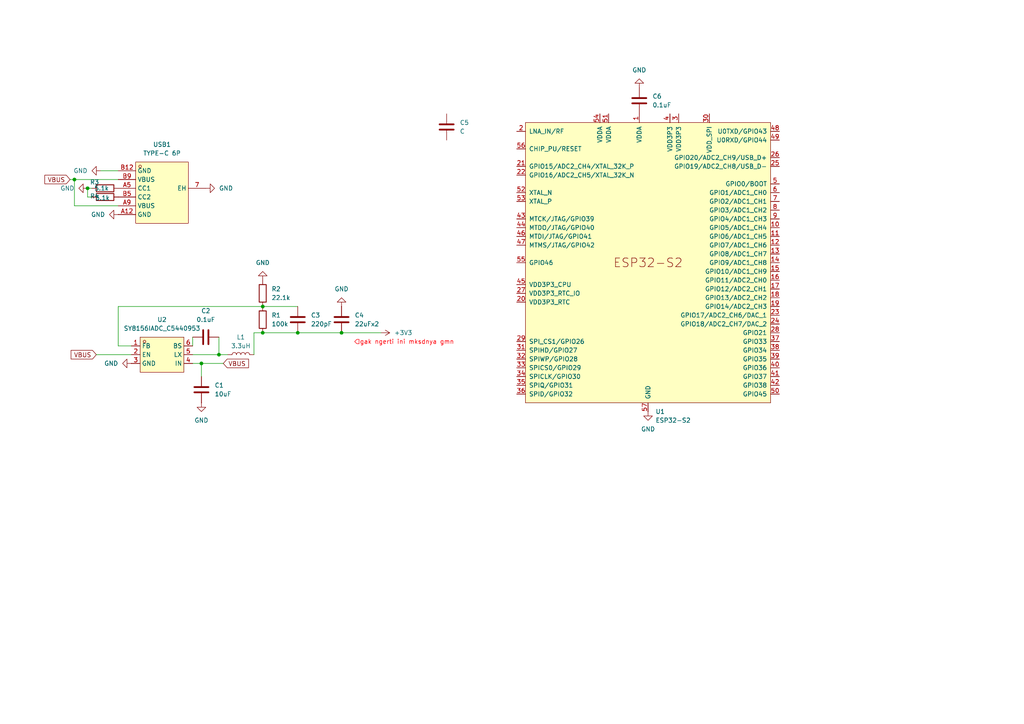
<source format=kicad_sch>
(kicad_sch (version 20250114) (generator "eeschema") (generator_version "9.0")
  (paper "A4")
  (lib_symbols
    (symbol "Device:C" (pin_numbers (hide yes)) (pin_names (offset 0.254))
      (property "Reference" "C" (at 0.635 2.54 0))
      (property "Value" "C" (at 0.635 -2.54 0))
      (symbol "C_0_1"
        (polyline (pts (xy -2.032 0.762) (xy 2.032 0.762)) (stroke (width 0.508)))
        (polyline (pts (xy -2.032 -0.762) (xy 2.032 -0.762)) (stroke (width 0.508)))
      )
      (symbol "C_1_1"
        (pin passive line (at 0 3.81 270) (length 2.794) (name "~") (number "1"))
        (pin passive line (at 0 -3.81 90) (length 2.794) (name "~") (number "2"))
      )
    )
    (symbol "Device:L" (pin_numbers (hide yes)) (pin_names (offset 1.016) (hide yes))
      (property "Reference" "L" (at -1.27 0 90))
      (property "Value" "L" (at 1.905 0 90))
      (symbol "L_0_1"
        (arc (start 0 2.54) (mid 0.6323 1.905) (end 0 1.27))
        (arc (start 0 1.27) (mid 0.6323 0.635) (end 0 0))
        (arc (start 0 0) (mid 0.6323 -0.635) (end 0 -1.27))
        (arc (start 0 -1.27) (mid 0.6323 -1.905) (end 0 -2.54))
      )
      (symbol "L_1_1"
        (pin passive line (at 0 3.81 270) (length 1.27) (name "1") (number "1"))
        (pin passive line (at 0 -3.81 90) (length 1.27) (name "2") (number "2"))
      )
    )
    (symbol "Device:R" (pin_numbers (hide yes)) (pin_names (offset 0))
      (property "Reference" "R" (at 2.032 0 90))
      (property "Value" "R" (at 0 0 90))
      (symbol "R_0_1"
        (rectangle (start -1.016 -2.54) (end 1.016 2.54) (stroke (width 0.254)))
      )
      (symbol "R_1_1"
        (pin passive line (at 0 3.81 270) (length 1.27) (name "~") (number "1"))
        (pin passive line (at 0 -3.81 90) (length 1.27) (name "~") (number "2"))
      )
    )
    (symbol "PCM_Espressif:ESP32-S2" (pin_names (offset 1.016))
      (property "Reference" "U" (at -35.56 45.72 0))
      (property "Value" "ESP32-S2" (at -35.56 43.18 0))
      (symbol "ESP32-S2_0_0"
        (text "ESP32-S2" (at 0 0 0) (effects (font (size 2.54 2.54))))
      )
      (symbol "ESP32-S2_0_1"
        (rectangle (start -35.56 40.64) (end 35.56 -40.64) (fill (type background)))
      )
      (symbol "ESP32-S2_1_1"
        (pin bidirectional line (at -38.1 38.1 0) (length 2.54) (name "LNA_IN/RF") (number "2"))
        (pin bidirectional line (at -38.1 33.02 0) (length 2.54) (name "CHIP_PU/RESET") (number "56"))
        (pin bidirectional line (at -38.1 27.94 0) (length 2.54) (name "GPIO15/ADC2_CH4/XTAL_32K_P") (number "21"))
        (pin bidirectional line (at -38.1 25.4 0) (length 2.54) (name "GPIO16/ADC2_CH5/XTAL_32K_N") (number "22"))
        (pin output line (at -38.1 20.32 0) (length 2.54) (name "XTAL_N") (number "52"))
        (pin input line (at -38.1 17.78 0) (length 2.54) (name "XTAL_P") (number "53"))
        (pin input line (at -38.1 12.7 0) (length 2.54) (name "MTCK/JTAG/GPIO39") (number "43"))
        (pin output line (at -38.1 10.16 0) (length 2.54) (name "MTDO/JTAG/GPIO40") (number "44"))
        (pin input line (at -38.1 7.62 0) (length 2.54) (name "MTDI/JTAG/GPIO41") (number "46"))
        (pin output line (at -38.1 5.08 0) (length 2.54) (name "MTMS/JTAG/GPIO42") (number "47"))
        (pin input line (at -38.1 0 0) (length 2.54) (name "GPIO46") (number "55"))
        (pin power_in line (at -38.1 -6.35 0) (length 2.54) (name "VDD3P3_CPU") (number "45"))
        (pin power_in line (at -38.1 -8.89 0) (length 2.54) (name "VDD3P3_RTC_IO") (number "27"))
        (pin power_in line (at -38.1 -11.43 0) (length 2.54) (name "VDD3P3_RTC") (number "20"))
        (pin bidirectional line (at -38.1 -22.86 0) (length 2.54) (name "SPI_CS1/GPIO26") (number "29"))
        (pin bidirectional line (at -38.1 -25.4 0) (length 2.54) (name "SPIHD/GPIO27") (number "31"))
        (pin bidirectional line (at -38.1 -27.94 0) (length 2.54) (name "SPIWP/GPIO28") (number "32"))
        (pin bidirectional line (at -38.1 -30.48 0) (length 2.54) (name "SPICS0/GPIO29") (number "33"))
        (pin bidirectional line (at -38.1 -33.02 0) (length 2.54) (name "SPICLK/GPIO30") (number "34"))
        (pin bidirectional line (at -38.1 -35.56 0) (length 2.54) (name "SPIQ/GPIO31") (number "35"))
        (pin bidirectional line (at -38.1 -38.1 0) (length 2.54) (name "SPID/GPIO32") (number "36"))
        (pin passive line (at -13.97 43.18 270) (length 2.54) (name "VDDA") (number "54"))
        (pin passive line (at -11.43 43.18 270) (length 2.54) (name "VDDA") (number "51"))
        (pin power_in line (at -2.54 43.18 270) (length 2.54) (name "VDDA") (number "1"))
        (pin power_in line (at 0 -43.18 90) (length 2.54) (name "GND") (number "57"))
        (pin passive line (at 6.35 43.18 270) (length 2.54) (name "VDD3P3") (number "4"))
        (pin power_in line (at 8.89 43.18 270) (length 2.54) (name "VDD3P3") (number "3"))
        (pin power_out line (at 17.78 43.18 270) (length 2.54) (name "VDD_SPI") (number "30"))
        (pin bidirectional line (at 38.1 38.1 180) (length 2.54) (name "U0TXD/GPIO43") (number "48"))
        (pin bidirectional line (at 38.1 35.56 180) (length 2.54) (name "U0RXD/GPIO44") (number "49"))
        (pin bidirectional line (at 38.1 30.48 180) (length 2.54) (name "GPIO20/ADC2_CH9/USB_D+") (number "26"))
        (pin bidirectional line (at 38.1 27.94 180) (length 2.54) (name "GPIO19/ADC2_CH8/USB_D-") (number "25"))
        (pin bidirectional line (at 38.1 22.86 180) (length 2.54) (name "GPIO0/BOOT") (number "5"))
        (pin bidirectional line (at 38.1 20.32 180) (length 2.54) (name "GPIO1/ADC1_CH0") (number "6"))
        (pin bidirectional line (at 38.1 17.78 180) (length 2.54) (name "GPIO2/ADC1_CH1") (number "7"))
        (pin bidirectional line (at 38.1 15.24 180) (length 2.54) (name "GPIO3/ADC1_CH2") (number "8"))
        (pin bidirectional line (at 38.1 12.7 180) (length 2.54) (name "GPIO4/ADC1_CH3") (number "9"))
        (pin bidirectional line (at 38.1 10.16 180) (length 2.54) (name "GPIO5/ADC1_CH4") (number "10"))
        (pin bidirectional line (at 38.1 7.62 180) (length 2.54) (name "GPIO6/ADC1_CH5") (number "11"))
        (pin bidirectional line (at 38.1 5.08 180) (length 2.54) (name "GPIO7/ADC1_CH6") (number "12"))
        (pin bidirectional line (at 38.1 2.54 180) (length 2.54) (name "GPIO8/ADC1_CH7") (number "13"))
        (pin bidirectional line (at 38.1 0 180) (length 2.54) (name "GPIO9/ADC1_CH8") (number "14"))
        (pin bidirectional line (at 38.1 -2.54 180) (length 2.54) (name "GPIO10/ADC1_CH9") (number "15"))
        (pin bidirectional line (at 38.1 -5.08 180) (length 2.54) (name "GPIO11/ADC2_CH0") (number "16"))
        (pin bidirectional line (at 38.1 -7.62 180) (length 2.54) (name "GPIO12/ADC2_CH1") (number "17"))
        (pin bidirectional line (at 38.1 -10.16 180) (length 2.54) (name "GPIO13/ADC2_CH2") (number "18"))
        (pin bidirectional line (at 38.1 -12.7 180) (length 2.54) (name "GPIO14/ADC2_CH3") (number "19"))
        (pin bidirectional line (at 38.1 -15.24 180) (length 2.54) (name "GPIO17/ADC2_CH6/DAC_1") (number "23"))
        (pin bidirectional line (at 38.1 -17.78 180) (length 2.54) (name "GPIO18/ADC2_CH7/DAC_2") (number "24"))
        (pin bidirectional line (at 38.1 -20.32 180) (length 2.54) (name "GPIO21") (number "28"))
        (pin bidirectional line (at 38.1 -22.86 180) (length 2.54) (name "GPIO33") (number "37"))
        (pin bidirectional line (at 38.1 -25.4 180) (length 2.54) (name "GPIO34") (number "38"))
        (pin bidirectional line (at 38.1 -27.94 180) (length 2.54) (name "GPIO35") (number "39"))
        (pin bidirectional line (at 38.1 -30.48 180) (length 2.54) (name "GPIO36") (number "40"))
        (pin bidirectional line (at 38.1 -33.02 180) (length 2.54) (name "GPIO37") (number "41"))
        (pin bidirectional line (at 38.1 -35.56 180) (length 2.54) (name "GPIO38") (number "42"))
        (pin bidirectional line (at 38.1 -38.1 180) (length 2.54) (name "GPIO45") (number "50"))
      )
    )
    (symbol "easyeda2kicad:SY8156IADC_C5440953"
      (property "Reference" "U" (at 0 7.62 0))
      (property "Value" "SY8156IADC_C5440953" (at 0 -7.62 0))
      (symbol "SY8156IADC_C5440953_0_1"
        (rectangle (start -6.35 5.08) (end 6.35 -5.08) (fill (type background)))
        (circle (center -5.08 3.81) (radius 0.38))
        (pin unspecified line (at -8.89 2.54 0) (length 2.54) (name "FB") (number "1"))
        (pin unspecified line (at -8.89 0 0) (length 2.54) (name "EN") (number "2"))
        (pin unspecified line (at -8.89 -2.54 0) (length 2.54) (name "GND") (number "3"))
        (pin unspecified line (at 8.89 2.54 180) (length 2.54) (name "BS") (number "6"))
        (pin unspecified line (at 8.89 0 180) (length 2.54) (name "LX") (number "5"))
        (pin unspecified line (at 8.89 -2.54 180) (length 2.54) (name "IN") (number "4"))
      )
    )
    (symbol "easyeda2kicad:TYPE-C6P"
      (property "Reference" "USB" (at 0 10.16 0))
      (property "Value" "TYPE-C 6P" (at 0 -12.7 0))
      (symbol "TYPE-C6P_0_1"
        (rectangle (start -5.08 7.62) (end 10.16 -10.16) (fill (type background)))
        (circle (center -3.81 6.35) (radius 0.38))
        (pin unspecified line (at -10.16 5.08 0) (length 5.08) (name "GND") (number "B12"))
        (pin unspecified line (at -10.16 2.54 0) (length 5.08) (name "VBUS") (number "B9"))
        (pin unspecified line (at -10.16 0 0) (length 5.08) (name "CC1") (number "A5"))
        (pin unspecified line (at -10.16 -2.54 0) (length 5.08) (name "CC2") (number "B5"))
        (pin unspecified line (at -10.16 -5.08 0) (length 5.08) (name "VBUS") (number "A9"))
        (pin unspecified line (at -10.16 -7.62 0) (length 5.08) (name "GND") (number "A12"))
        (pin unspecified line (at 15.24 0 180) (length 5.08) (name "EH") (number "7"))
      )
    )
    (symbol "power:+3V3" (power) (pin_numbers (hide yes)) (pin_names (offset 0) (hide yes))
      (property "Value" "+3V3" (at 0 3.556 0))
      (symbol "+3V3_0_1"
        (polyline (pts (xy -0.762 1.27) (xy 0 2.54)))
        (polyline (pts (xy 0 2.54) (xy 0.762 1.27)))
        (polyline (pts (xy 0 0) (xy 0 2.54)))
      )
      (symbol "+3V3_1_1"
        (pin power_in line (at 0 0 90) (length 0) (name "~") (number "1"))
      )
    )
    (symbol "power:GND" (power) (pin_numbers (hide yes)) (pin_names (offset 0) (hide yes))
      (property "Value" "GND" (at 0 -3.81 0))
      (symbol "GND_0_1"
        (polyline (pts (xy 0 0) (xy 0 -1.27) (xy 1.27 -1.27) (xy 0 -2.54) (xy -1.27 -1.27) (xy 0 -1.27)))
      )
      (symbol "GND_1_1"
        (pin power_in line (at 0 0 270) (length 0) (name "~") (number "1"))
      )
    )
  )
  (junction (at 99.06 96.52))
  (junction (at 21.59 52.07))
  (junction (at 25.4 54.61))
  (junction (at 63.5 102.87))
  (junction (at 58.42 105.41))
  (junction (at 76.2 96.52))
  (junction (at 76.2 88.9))
  (junction (at 86.36 96.52))
  (wire (pts (xy 38.1 100.33) (xy 34.29 100.33)))
  (wire (pts (xy 34.29 88.9) (xy 76.2 88.9)))
  (wire (pts (xy 29.21 49.53) (xy 34.29 49.53)))
  (wire (pts (xy 58.42 105.41) (xy 58.42 109.22)))
  (wire (pts (xy 63.5 97.79) (xy 63.5 102.87)))
  (wire (pts (xy 20.32 52.07) (xy 21.59 52.07)))
  (wire (pts (xy 86.36 96.52) (xy 99.06 96.52)))
  (wire (pts (xy 73.66 102.87) (xy 73.66 96.52)))
  (wire (pts (xy 25.4 57.15) (xy 25.4 54.61)))
  (wire (pts (xy 99.06 96.52) (xy 110.49 96.52)))
  (wire (pts (xy 55.88 105.41) (xy 58.42 105.41)))
  (wire (pts (xy 34.29 59.69) (xy 21.59 59.69)))
  (wire (pts (xy 34.29 100.33) (xy 34.29 88.9)))
  (wire (pts (xy 27.94 102.87) (xy 38.1 102.87)))
  (wire (pts (xy 26.67 57.15) (xy 25.4 57.15)))
  (wire (pts (xy 58.42 105.41) (xy 64.77 105.41)))
  (wire (pts (xy 55.88 102.87) (xy 63.5 102.87)))
  (wire (pts (xy 25.4 54.61) (xy 26.67 54.61)))
  (wire (pts (xy 55.88 97.79) (xy 55.88 100.33)))
  (wire (pts (xy 21.59 52.07) (xy 34.29 52.07)))
  (wire (pts (xy 76.2 88.9) (xy 86.36 88.9)))
  (wire (pts (xy 76.2 96.52) (xy 86.36 96.52)))
  (wire (pts (xy 63.5 102.87) (xy 66.04 102.87)))
  (wire (pts (xy 21.59 52.07) (xy 21.59 59.69)))
  (wire (pts (xy 73.66 96.52) (xy 76.2 96.52)))
  (global_label "VBUS" (shape input) (at 64.77 105.41 0) (property "Intersheetrefs" "${INTERSHEET_REFS}" (effects (hide yes))))
  (global_label "VBUS" (shape input) (at 20.32 52.07 180) (property "Intersheetrefs" "${INTERSHEET_REFS}" (effects (hide yes))))
  (global_label "VBUS" (shape input) (at 27.94 102.87 180) (property "Intersheetrefs" "${INTERSHEET_REFS}" (effects (hide yes))))
  (hierarchical_label "gak ngerti ini mksdnya gmn" (shape input) (at 102.87 99.06 0))
  (symbol (lib_id "Device:C") (at 58.42 113.03 0) (unit 1)
    (property "Reference" "C1" (at 62.23 111.7599 0) (effects (justify left)))
    (property "Value" "10uF" (at 62.23 114.2999 0) (effects (justify left)))
    (property "Description" "Unpolarized capacitor" (effects (hide yes)))
  )
  (symbol (lib_id "easyeda2kicad:SY8156IADC_C5440953") (at 46.99 102.87 0) (unit 1)
    (property "Reference" "U2" (at 46.99 92.71 0))
    (property "Value" "SY8156IADC_C5440953" (at 46.99 95.25 0))
    (property "Footprint" "easyeda2kicad:TSOT-23-6_L2.9-W1.6-P0.95-LS2.8-BL" (effects (hide yes)))
    (property "LCSC Part" "C5440953" (effects (hide yes)))
  )
  (symbol (lib_id "Device:C") (at 99.06 92.71 0) (unit 1)
    (property "Reference" "C4" (at 102.87 91.4399 0) (effects (justify left)))
    (property "Value" "22uFx2" (at 102.87 93.9799 0) (effects (justify left)))
    (property "Description" "Unpolarized capacitor" (effects (hide yes)))
  )
  (symbol (lib_id "power:GND") (at 58.42 116.84 0) (unit 1)
    (property "Reference" "#PWR04" (effects (hide yes)))
    (property "Value" "GND" (at 58.42 121.92 0))
    (property "Description" "Power symbol creates a global label with name \"GND\" , ground" (effects (hide yes)))
  )
  (symbol (lib_id "Device:C") (at 86.36 92.71 0) (unit 1)
    (property "Reference" "C3" (at 90.17 91.4399 0) (effects (justify left)))
    (property "Value" "220pF" (at 90.17 93.9799 0) (effects (justify left)))
    (property "Description" "Unpolarized capacitor" (effects (hide yes)))
  )
  (symbol (lib_id "power:GND") (at 38.1 105.41 270) (unit 1)
    (property "Reference" "#PWR07" (effects (hide yes)))
    (property "Value" "GND" (at 34.29 105.4099 90) (effects (justify right)))
    (property "Description" "Power symbol creates a global label with name \"GND\" , ground" (effects (hide yes)))
  )
  (symbol (lib_id "Device:L") (at 69.85 102.87 90) (unit 1)
    (property "Reference" "L1" (at 69.85 97.79 90))
    (property "Value" "3.3uH" (at 69.85 100.33 90))
    (property "Description" "Inductor" (effects (hide yes)))
  )
  (symbol (lib_id "power:GND") (at 25.4 54.61 270) (unit 1)
    (property "Reference" "#PWR010" (effects (hide yes)))
    (property "Value" "GND" (at 21.59 54.6099 90) (effects (justify right)))
    (property "Description" "Power symbol creates a global label with name \"GND\" , ground" (effects (hide yes)))
  )
  (symbol (lib_id "power:GND") (at 187.96 119.38 0) (unit 1)
    (property "Reference" "#PWR011" (effects (hide yes)))
    (property "Value" "GND" (at 187.96 124.46 0))
    (property "Description" "Power symbol creates a global label with name \"GND\" , ground" (effects (hide yes)))
  )
  (symbol (lib_id "power:+3V3") (at 110.49 96.52 270) (unit 1)
    (property "Reference" "#PWR08" (effects (hide yes)))
    (property "Value" "+3V3" (at 114.3 96.5199 90) (effects (justify left)))
    (property "Description" "Power symbol creates a global label with name \"+3V3\"" (effects (hide yes)))
  )
  (symbol (lib_id "power:GND") (at 76.2 81.28 180) (unit 1)
    (property "Reference" "#PWR05" (effects (hide yes)))
    (property "Value" "GND" (at 76.2 76.2 0))
    (property "Description" "Power symbol creates a global label with name \"GND\" , ground" (effects (hide yes)))
  )
  (symbol (lib_id "Device:R") (at 76.2 85.09 0) (unit 1)
    (property "Reference" "R2" (at 78.74 83.8199 0) (effects (justify left)))
    (property "Value" "22.1k" (at 78.74 86.3599 0) (effects (justify left)))
    (property "Description" "Resistor" (effects (hide yes)))
  )
  (symbol (lib_id "Device:R") (at 30.48 54.61 90) (unit 1)
    (property "Reference" "R3" (at 27.432 52.832 90))
    (property "Value" "5.1k" (at 29.464 54.61 90))
    (property "Description" "Resistor" (effects (hide yes)))
  )
  (symbol (lib_id "power:GND") (at 34.29 62.23 270) (unit 1)
    (property "Reference" "#PWR03" (effects (hide yes)))
    (property "Value" "GND" (at 30.48 62.2299 90) (effects (justify right)))
    (property "Description" "Power symbol creates a global label with name \"GND\" , ground" (effects (hide yes)))
  )
  (symbol (lib_id "Device:R") (at 76.2 92.71 0) (unit 1)
    (property "Reference" "R1" (at 78.74 91.4399 0) (effects (justify left)))
    (property "Value" "100k" (at 78.74 93.9799 0) (effects (justify left)))
    (property "Description" "Resistor" (effects (hide yes)))
  )
  (symbol (lib_id "easyeda2kicad:TYPE-C6P") (at 44.45 54.61 0) (unit 1)
    (property "Reference" "USB1" (at 46.99 41.91 0))
    (property "Value" "TYPE-C 6P" (at 46.99 44.45 0))
    (property "Footprint" "easyeda2kicad:TYPE-C-SMD_TYPE-C-6P" (effects (hide yes)))
    (property "Datasheet" "https://lcsc.com/product-detail/USB-Connectors_SHOU-HAN-TYPE-C-6P_C456012.html" (effects (hide yes)))
    (property "LCSC Part" "C456012" (effects (hide yes)))
  )
  (symbol (lib_id "Device:C") (at 59.69 97.79 90) (unit 1)
    (property "Reference" "C2" (at 59.69 90.17 90))
    (property "Value" "0.1uF" (at 59.69 92.71 90))
    (property "Description" "Unpolarized capacitor" (effects (hide yes)))
  )
  (symbol (lib_id "power:GND") (at 29.21 49.53 270) (unit 1)
    (property "Reference" "#PWR02" (effects (hide yes)))
    (property "Value" "GND" (at 25.4 49.5299 90) (effects (justify right)))
    (property "Description" "Power symbol creates a global label with name \"GND\" , ground" (effects (hide yes)))
  )
  (symbol (lib_id "power:GND") (at 185.42 25.4 180) (unit 1)
    (property "Reference" "#PWR01" (effects (hide yes)))
    (property "Value" "GND" (at 185.42 20.32 0))
    (property "Description" "Power symbol creates a global label with name \"GND\" , ground" (effects (hide yes)))
  )
  (symbol (lib_id "power:GND") (at 99.06 88.9 180) (unit 1)
    (property "Reference" "#PWR06" (effects (hide yes)))
    (property "Value" "GND" (at 99.06 83.82 0))
    (property "Description" "Power symbol creates a global label with name \"GND\" , ground" (effects (hide yes)))
  )
  (symbol (lib_id "Device:C") (at 129.54 36.83 0) (unit 1)
    (property "Reference" "C5" (at 133.35 35.5599 0) (effects (justify left)))
    (property "Value" "C" (at 133.35 38.0999 0) (effects (justify left)))
    (property "Description" "Unpolarized capacitor" (effects (hide yes)))
  )
  (symbol (lib_id "PCM_Espressif:ESP32-S2") (at 187.96 76.2 0) (unit 1)
    (property "Reference" "U1" (at 190.1033 119.38 0) (effects (justify left)))
    (property "Value" "ESP32-S2" (at 190.1033 121.92 0) (effects (justify left)))
    (property "Footprint" "Package_DFN_QFN:QFN-56-1EP_7x7mm_P0.4mm_EP5.6x5.6mm" (effects (hide yes)))
    (property "Datasheet" "https://www.espressif.com/sites/default/files/documentation/esp32-s2_datasheet_en.pdf" (effects (hide yes)))
    (property "Description" "ESP32-S2 family is a highly-integrated, low-power, 2.4GHz Wi-Fi System-on-Chip (SoC) solution." (effects (hide yes)))
  )
  (symbol (lib_id "Device:R") (at 30.48 57.15 90) (unit 1)
    (property "Reference" "R4" (at 27.432 56.896 90))
    (property "Value" "5.1k" (at 29.718 57.404 90))
    (property "Description" "Resistor" (effects (hide yes)))
  )
  (symbol (lib_id "Device:C") (at 185.42 29.21 0) (unit 1)
    (property "Reference" "C6" (at 189.23 27.9399 0) (effects (justify left)))
    (property "Value" "0.1uF" (at 189.23 30.4799 0) (effects (justify left)))
    (property "Description" "Unpolarized capacitor" (effects (hide yes)))
  )
  (symbol (lib_id "power:GND") (at 59.69 54.61 90) (unit 1)
    (property "Reference" "#PWR09" (effects (hide yes)))
    (property "Value" "GND" (at 63.5 54.6099 90) (effects (justify right)))
    (property "Description" "Power symbol creates a global label with name \"GND\" , ground" (effects (hide yes)))
  )
)
</source>
